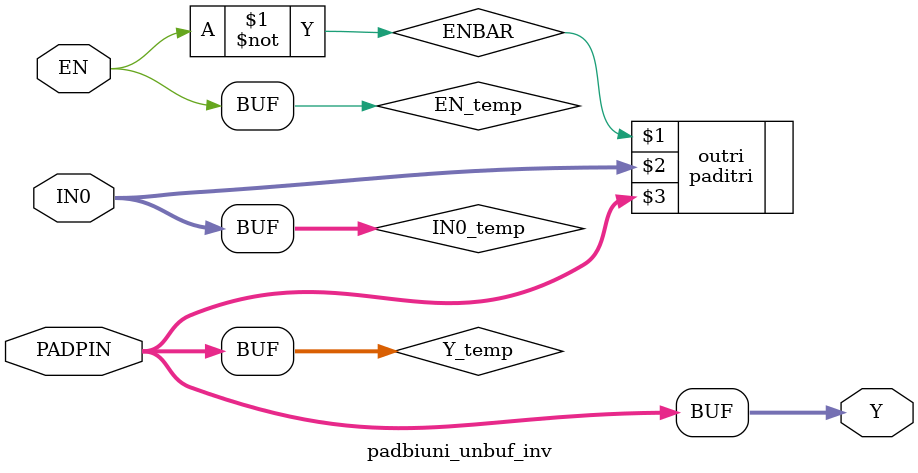
<source format=v>
module padbiuni_unbuf_inv(EN,IN0,PADPIN,Y);
  parameter M = 7;
  parameter N = 0;
  parameter SLIM_FLAG = 0;
  parameter OUTDRIVE = "4MA";
  parameter
        d_EN_r = 0,
        d_EN_f = 0,
        d_IN0 = 0,
        d_PADPIN = 1,
        d_Y = 1;
  input  EN;
  input [M:N] IN0;
  inout [M:N] PADPIN;
  output [M:N] Y;
  wire  EN_temp;
  wire [M:N] IN0_temp;
  wire [M:N] PADPIN_temp;
  wire [M:N] Y_temp;
  wire  ENBAR;
  assign #(d_EN_r,d_EN_f) EN_temp = EN;
  assign #(d_IN0) IN0_temp = IN0;
  assign #(d_Y) Y = Y_temp;
  assign
    Y_temp = PADPIN;
  assign
    ENBAR = ( ~ EN_temp);
  paditri #(M,N) outri (ENBAR,IN0_temp,PADPIN);
endmodule

</source>
